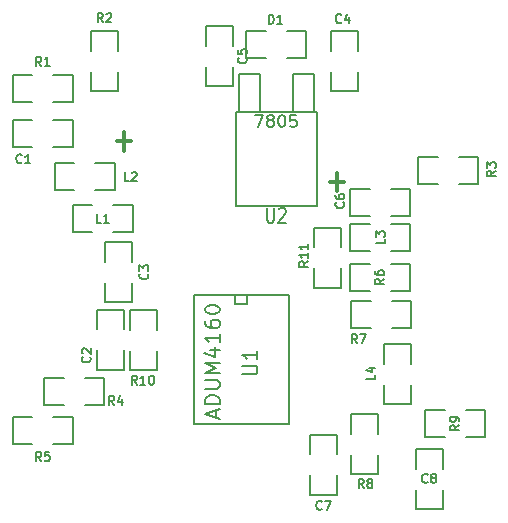
<source format=gto>
G04 (created by PCBNEW (2012-nov-02)-testing) date Wed 06 Feb 2013 10:53:48 PM EST*
%MOIN*%
G04 Gerber Fmt 3.4, Leading zero omitted, Abs format*
%FSLAX34Y34*%
G01*
G70*
G90*
G04 APERTURE LIST*
%ADD10C,2.3622e-06*%
%ADD11C,0.012*%
%ADD12C,0.008*%
%ADD13C,0.005*%
G04 APERTURE END LIST*
G54D10*
G54D11*
X79221Y-41719D02*
X79678Y-41719D01*
X79450Y-42023D02*
X79450Y-41414D01*
X72121Y-40369D02*
X72578Y-40369D01*
X72350Y-40673D02*
X72350Y-40064D01*
G54D12*
X74700Y-45500D02*
X77850Y-45500D01*
X77850Y-49800D02*
X74700Y-49800D01*
X77850Y-45500D02*
X77850Y-49800D01*
X74700Y-49800D02*
X74700Y-45500D01*
X76450Y-45500D02*
X76450Y-45800D01*
X76450Y-45800D02*
X76050Y-45800D01*
X76050Y-45800D02*
X76050Y-45500D01*
G54D13*
X71450Y-47975D02*
X72350Y-47975D01*
X72350Y-47975D02*
X72350Y-47325D01*
X71450Y-46625D02*
X71450Y-45975D01*
X71450Y-45975D02*
X72350Y-45975D01*
X72350Y-45975D02*
X72350Y-46625D01*
X71450Y-47325D02*
X71450Y-47975D01*
X76425Y-36700D02*
X76425Y-37600D01*
X76425Y-37600D02*
X77075Y-37600D01*
X77775Y-36700D02*
X78425Y-36700D01*
X78425Y-36700D02*
X78425Y-37600D01*
X78425Y-37600D02*
X77775Y-37600D01*
X77075Y-36700D02*
X76425Y-36700D01*
X75075Y-38525D02*
X75975Y-38525D01*
X75975Y-38525D02*
X75975Y-37875D01*
X75075Y-37175D02*
X75075Y-36525D01*
X75075Y-36525D02*
X75975Y-36525D01*
X75975Y-36525D02*
X75975Y-37175D01*
X75075Y-37875D02*
X75075Y-38525D01*
X80150Y-36700D02*
X79250Y-36700D01*
X79250Y-36700D02*
X79250Y-37350D01*
X80150Y-38050D02*
X80150Y-38700D01*
X80150Y-38700D02*
X79250Y-38700D01*
X79250Y-38700D02*
X79250Y-38050D01*
X80150Y-37350D02*
X80150Y-36700D01*
X79910Y-51460D02*
X80810Y-51460D01*
X80810Y-51460D02*
X80810Y-50810D01*
X79910Y-50110D02*
X79910Y-49460D01*
X79910Y-49460D02*
X80810Y-49460D01*
X80810Y-49460D02*
X80810Y-50110D01*
X79910Y-50810D02*
X79910Y-51460D01*
X82160Y-40870D02*
X82160Y-41770D01*
X82160Y-41770D02*
X82810Y-41770D01*
X83510Y-40870D02*
X84160Y-40870D01*
X84160Y-40870D02*
X84160Y-41770D01*
X84160Y-41770D02*
X83510Y-41770D01*
X82810Y-40870D02*
X82160Y-40870D01*
X71250Y-38700D02*
X72150Y-38700D01*
X72150Y-38700D02*
X72150Y-38050D01*
X71250Y-37350D02*
X71250Y-36700D01*
X71250Y-36700D02*
X72150Y-36700D01*
X72150Y-36700D02*
X72150Y-37350D01*
X71250Y-38050D02*
X71250Y-38700D01*
X78570Y-52140D02*
X79470Y-52140D01*
X79470Y-52140D02*
X79470Y-51490D01*
X78570Y-50790D02*
X78570Y-50140D01*
X78570Y-50140D02*
X79470Y-50140D01*
X79470Y-50140D02*
X79470Y-50790D01*
X78570Y-51490D02*
X78570Y-52140D01*
X79900Y-41950D02*
X79900Y-42850D01*
X79900Y-42850D02*
X80550Y-42850D01*
X81250Y-41950D02*
X81900Y-41950D01*
X81900Y-41950D02*
X81900Y-42850D01*
X81900Y-42850D02*
X81250Y-42850D01*
X80550Y-41950D02*
X79900Y-41950D01*
X72625Y-43725D02*
X71725Y-43725D01*
X71725Y-43725D02*
X71725Y-44375D01*
X72625Y-45075D02*
X72625Y-45725D01*
X72625Y-45725D02*
X71725Y-45725D01*
X71725Y-45725D02*
X71725Y-45075D01*
X72625Y-44375D02*
X72625Y-43725D01*
X79900Y-43125D02*
X79900Y-44025D01*
X79900Y-44025D02*
X80550Y-44025D01*
X81250Y-43125D02*
X81900Y-43125D01*
X81900Y-43125D02*
X81900Y-44025D01*
X81900Y-44025D02*
X81250Y-44025D01*
X80550Y-43125D02*
X79900Y-43125D01*
X81925Y-47125D02*
X81025Y-47125D01*
X81025Y-47125D02*
X81025Y-47775D01*
X81925Y-48475D02*
X81925Y-49125D01*
X81925Y-49125D02*
X81025Y-49125D01*
X81025Y-49125D02*
X81025Y-48475D01*
X81925Y-47775D02*
X81925Y-47125D01*
X82975Y-50625D02*
X82075Y-50625D01*
X82075Y-50625D02*
X82075Y-51275D01*
X82975Y-51975D02*
X82975Y-52625D01*
X82975Y-52625D02*
X82075Y-52625D01*
X82075Y-52625D02*
X82075Y-51975D01*
X82975Y-51275D02*
X82975Y-50625D01*
X84400Y-50225D02*
X84400Y-49325D01*
X84400Y-49325D02*
X83750Y-49325D01*
X83050Y-50225D02*
X82400Y-50225D01*
X82400Y-50225D02*
X82400Y-49325D01*
X82400Y-49325D02*
X83050Y-49325D01*
X83750Y-50225D02*
X84400Y-50225D01*
X72650Y-43400D02*
X72650Y-42500D01*
X72650Y-42500D02*
X72000Y-42500D01*
X71300Y-43400D02*
X70650Y-43400D01*
X70650Y-43400D02*
X70650Y-42500D01*
X70650Y-42500D02*
X71300Y-42500D01*
X72000Y-43400D02*
X72650Y-43400D01*
X70050Y-41100D02*
X70050Y-42000D01*
X70050Y-42000D02*
X70700Y-42000D01*
X71400Y-41100D02*
X72050Y-41100D01*
X72050Y-41100D02*
X72050Y-42000D01*
X72050Y-42000D02*
X71400Y-42000D01*
X70700Y-41100D02*
X70050Y-41100D01*
X68650Y-39650D02*
X68650Y-40550D01*
X68650Y-40550D02*
X69300Y-40550D01*
X70000Y-39650D02*
X70650Y-39650D01*
X70650Y-39650D02*
X70650Y-40550D01*
X70650Y-40550D02*
X70000Y-40550D01*
X69300Y-39650D02*
X68650Y-39650D01*
X68650Y-38150D02*
X68650Y-39050D01*
X68650Y-39050D02*
X69300Y-39050D01*
X70000Y-38150D02*
X70650Y-38150D01*
X70650Y-38150D02*
X70650Y-39050D01*
X70650Y-39050D02*
X70000Y-39050D01*
X69300Y-38150D02*
X68650Y-38150D01*
X79925Y-45700D02*
X79925Y-46600D01*
X79925Y-46600D02*
X80575Y-46600D01*
X81275Y-45700D02*
X81925Y-45700D01*
X81925Y-45700D02*
X81925Y-46600D01*
X81925Y-46600D02*
X81275Y-46600D01*
X80575Y-45700D02*
X79925Y-45700D01*
X79900Y-44450D02*
X79900Y-45350D01*
X79900Y-45350D02*
X80550Y-45350D01*
X81250Y-44450D02*
X81900Y-44450D01*
X81900Y-44450D02*
X81900Y-45350D01*
X81900Y-45350D02*
X81250Y-45350D01*
X80550Y-44450D02*
X79900Y-44450D01*
X68650Y-49550D02*
X68650Y-50450D01*
X68650Y-50450D02*
X69300Y-50450D01*
X70000Y-49550D02*
X70650Y-49550D01*
X70650Y-49550D02*
X70650Y-50450D01*
X70650Y-50450D02*
X70000Y-50450D01*
X69300Y-49550D02*
X68650Y-49550D01*
X69700Y-48250D02*
X69700Y-49150D01*
X69700Y-49150D02*
X70350Y-49150D01*
X71050Y-48250D02*
X71700Y-48250D01*
X71700Y-48250D02*
X71700Y-49150D01*
X71700Y-49150D02*
X71050Y-49150D01*
X70350Y-48250D02*
X69700Y-48250D01*
X76875Y-39375D02*
X76875Y-38125D01*
X76875Y-38125D02*
X76175Y-38125D01*
X76175Y-38125D02*
X76175Y-39375D01*
X78675Y-39375D02*
X78675Y-38125D01*
X78675Y-38125D02*
X77975Y-38125D01*
X77975Y-38125D02*
X77975Y-39375D01*
X76075Y-41775D02*
X76075Y-39375D01*
X76075Y-39375D02*
X78775Y-39375D01*
X78775Y-39375D02*
X78775Y-42475D01*
X78775Y-42525D02*
X76075Y-42525D01*
X76075Y-42475D02*
X76075Y-41775D01*
X73450Y-46000D02*
X72550Y-46000D01*
X72550Y-46000D02*
X72550Y-46650D01*
X73450Y-47350D02*
X73450Y-48000D01*
X73450Y-48000D02*
X72550Y-48000D01*
X72550Y-48000D02*
X72550Y-47350D01*
X73450Y-46650D02*
X73450Y-46000D01*
X79600Y-43250D02*
X78700Y-43250D01*
X78700Y-43250D02*
X78700Y-43900D01*
X79600Y-44600D02*
X79600Y-45250D01*
X79600Y-45250D02*
X78700Y-45250D01*
X78700Y-45250D02*
X78700Y-44600D01*
X79600Y-43900D02*
X79600Y-43250D01*
X76302Y-48130D02*
X76707Y-48130D01*
X76754Y-48107D01*
X76778Y-48083D01*
X76802Y-48035D01*
X76802Y-47940D01*
X76778Y-47892D01*
X76754Y-47869D01*
X76707Y-47845D01*
X76302Y-47845D01*
X76802Y-47345D02*
X76802Y-47630D01*
X76802Y-47488D02*
X76302Y-47488D01*
X76373Y-47535D01*
X76421Y-47583D01*
X76445Y-47630D01*
X75409Y-49569D02*
X75409Y-49330D01*
X75552Y-49616D02*
X75052Y-49450D01*
X75552Y-49283D01*
X75552Y-49116D02*
X75052Y-49116D01*
X75052Y-48997D01*
X75076Y-48926D01*
X75123Y-48878D01*
X75171Y-48854D01*
X75266Y-48830D01*
X75338Y-48830D01*
X75433Y-48854D01*
X75480Y-48878D01*
X75528Y-48926D01*
X75552Y-48997D01*
X75552Y-49116D01*
X75052Y-48616D02*
X75457Y-48616D01*
X75504Y-48592D01*
X75528Y-48569D01*
X75552Y-48521D01*
X75552Y-48426D01*
X75528Y-48378D01*
X75504Y-48354D01*
X75457Y-48330D01*
X75052Y-48330D01*
X75552Y-48092D02*
X75052Y-48092D01*
X75409Y-47926D01*
X75052Y-47759D01*
X75552Y-47759D01*
X75219Y-47307D02*
X75552Y-47307D01*
X75028Y-47426D02*
X75385Y-47545D01*
X75385Y-47235D01*
X75552Y-46783D02*
X75552Y-47069D01*
X75552Y-46926D02*
X75052Y-46926D01*
X75123Y-46973D01*
X75171Y-47021D01*
X75195Y-47069D01*
X75052Y-46354D02*
X75052Y-46450D01*
X75076Y-46497D01*
X75100Y-46521D01*
X75171Y-46569D01*
X75266Y-46592D01*
X75457Y-46592D01*
X75504Y-46569D01*
X75528Y-46545D01*
X75552Y-46497D01*
X75552Y-46402D01*
X75528Y-46354D01*
X75504Y-46330D01*
X75457Y-46307D01*
X75338Y-46307D01*
X75290Y-46330D01*
X75266Y-46354D01*
X75242Y-46402D01*
X75242Y-46497D01*
X75266Y-46545D01*
X75290Y-46569D01*
X75338Y-46592D01*
X75052Y-45997D02*
X75052Y-45950D01*
X75076Y-45902D01*
X75100Y-45878D01*
X75147Y-45854D01*
X75242Y-45830D01*
X75361Y-45830D01*
X75457Y-45854D01*
X75504Y-45878D01*
X75528Y-45902D01*
X75552Y-45950D01*
X75552Y-45997D01*
X75528Y-46045D01*
X75504Y-46069D01*
X75457Y-46092D01*
X75361Y-46116D01*
X75242Y-46116D01*
X75147Y-46092D01*
X75100Y-46069D01*
X75076Y-46045D01*
X75052Y-45997D01*
X71217Y-47550D02*
X71232Y-47564D01*
X71246Y-47607D01*
X71246Y-47635D01*
X71232Y-47678D01*
X71203Y-47707D01*
X71175Y-47721D01*
X71117Y-47735D01*
X71075Y-47735D01*
X71017Y-47721D01*
X70989Y-47707D01*
X70960Y-47678D01*
X70946Y-47635D01*
X70946Y-47607D01*
X70960Y-47564D01*
X70975Y-47550D01*
X70975Y-47435D02*
X70960Y-47421D01*
X70946Y-47392D01*
X70946Y-47321D01*
X70960Y-47292D01*
X70975Y-47278D01*
X71003Y-47264D01*
X71032Y-47264D01*
X71075Y-47278D01*
X71246Y-47450D01*
X71246Y-47264D01*
X77178Y-36446D02*
X77178Y-36146D01*
X77250Y-36146D01*
X77292Y-36160D01*
X77321Y-36189D01*
X77335Y-36217D01*
X77350Y-36275D01*
X77350Y-36317D01*
X77335Y-36375D01*
X77321Y-36403D01*
X77292Y-36432D01*
X77250Y-36446D01*
X77178Y-36446D01*
X77635Y-36446D02*
X77464Y-36446D01*
X77550Y-36446D02*
X77550Y-36146D01*
X77521Y-36189D01*
X77492Y-36217D01*
X77464Y-36232D01*
X76417Y-37575D02*
X76432Y-37589D01*
X76446Y-37632D01*
X76446Y-37660D01*
X76432Y-37703D01*
X76403Y-37732D01*
X76375Y-37746D01*
X76317Y-37760D01*
X76275Y-37760D01*
X76217Y-37746D01*
X76189Y-37732D01*
X76160Y-37703D01*
X76146Y-37660D01*
X76146Y-37632D01*
X76160Y-37589D01*
X76175Y-37575D01*
X76146Y-37303D02*
X76146Y-37446D01*
X76289Y-37460D01*
X76275Y-37446D01*
X76260Y-37417D01*
X76260Y-37346D01*
X76275Y-37317D01*
X76289Y-37303D01*
X76317Y-37289D01*
X76389Y-37289D01*
X76417Y-37303D01*
X76432Y-37317D01*
X76446Y-37346D01*
X76446Y-37417D01*
X76432Y-37446D01*
X76417Y-37460D01*
X79600Y-36392D02*
X79585Y-36407D01*
X79542Y-36421D01*
X79514Y-36421D01*
X79471Y-36407D01*
X79442Y-36378D01*
X79428Y-36350D01*
X79414Y-36292D01*
X79414Y-36250D01*
X79428Y-36192D01*
X79442Y-36164D01*
X79471Y-36135D01*
X79514Y-36121D01*
X79542Y-36121D01*
X79585Y-36135D01*
X79600Y-36150D01*
X79857Y-36221D02*
X79857Y-36421D01*
X79785Y-36107D02*
X79714Y-36321D01*
X79900Y-36321D01*
X80350Y-51921D02*
X80250Y-51778D01*
X80178Y-51921D02*
X80178Y-51621D01*
X80292Y-51621D01*
X80321Y-51635D01*
X80335Y-51650D01*
X80350Y-51678D01*
X80350Y-51721D01*
X80335Y-51750D01*
X80321Y-51764D01*
X80292Y-51778D01*
X80178Y-51778D01*
X80521Y-51750D02*
X80492Y-51735D01*
X80478Y-51721D01*
X80464Y-51692D01*
X80464Y-51678D01*
X80478Y-51650D01*
X80492Y-51635D01*
X80521Y-51621D01*
X80578Y-51621D01*
X80607Y-51635D01*
X80621Y-51650D01*
X80635Y-51678D01*
X80635Y-51692D01*
X80621Y-51721D01*
X80607Y-51735D01*
X80578Y-51750D01*
X80521Y-51750D01*
X80492Y-51764D01*
X80478Y-51778D01*
X80464Y-51807D01*
X80464Y-51864D01*
X80478Y-51892D01*
X80492Y-51907D01*
X80521Y-51921D01*
X80578Y-51921D01*
X80607Y-51907D01*
X80621Y-51892D01*
X80635Y-51864D01*
X80635Y-51807D01*
X80621Y-51778D01*
X80607Y-51764D01*
X80578Y-51750D01*
X84746Y-41350D02*
X84603Y-41450D01*
X84746Y-41521D02*
X84446Y-41521D01*
X84446Y-41407D01*
X84460Y-41378D01*
X84475Y-41364D01*
X84503Y-41350D01*
X84546Y-41350D01*
X84575Y-41364D01*
X84589Y-41378D01*
X84603Y-41407D01*
X84603Y-41521D01*
X84446Y-41250D02*
X84446Y-41064D01*
X84560Y-41164D01*
X84560Y-41121D01*
X84575Y-41092D01*
X84589Y-41078D01*
X84617Y-41064D01*
X84689Y-41064D01*
X84717Y-41078D01*
X84732Y-41092D01*
X84746Y-41121D01*
X84746Y-41207D01*
X84732Y-41235D01*
X84717Y-41250D01*
X71650Y-36396D02*
X71550Y-36253D01*
X71478Y-36396D02*
X71478Y-36096D01*
X71592Y-36096D01*
X71621Y-36110D01*
X71635Y-36125D01*
X71650Y-36153D01*
X71650Y-36196D01*
X71635Y-36225D01*
X71621Y-36239D01*
X71592Y-36253D01*
X71478Y-36253D01*
X71764Y-36125D02*
X71778Y-36110D01*
X71807Y-36096D01*
X71878Y-36096D01*
X71907Y-36110D01*
X71921Y-36125D01*
X71935Y-36153D01*
X71935Y-36182D01*
X71921Y-36225D01*
X71750Y-36396D01*
X71935Y-36396D01*
X78950Y-52617D02*
X78935Y-52632D01*
X78892Y-52646D01*
X78864Y-52646D01*
X78821Y-52632D01*
X78792Y-52603D01*
X78778Y-52575D01*
X78764Y-52517D01*
X78764Y-52475D01*
X78778Y-52417D01*
X78792Y-52389D01*
X78821Y-52360D01*
X78864Y-52346D01*
X78892Y-52346D01*
X78935Y-52360D01*
X78950Y-52375D01*
X79050Y-52346D02*
X79250Y-52346D01*
X79121Y-52646D01*
X79667Y-42400D02*
X79682Y-42414D01*
X79696Y-42457D01*
X79696Y-42485D01*
X79682Y-42528D01*
X79653Y-42557D01*
X79625Y-42571D01*
X79567Y-42585D01*
X79525Y-42585D01*
X79467Y-42571D01*
X79439Y-42557D01*
X79410Y-42528D01*
X79396Y-42485D01*
X79396Y-42457D01*
X79410Y-42414D01*
X79425Y-42400D01*
X79396Y-42142D02*
X79396Y-42200D01*
X79410Y-42228D01*
X79425Y-42242D01*
X79467Y-42271D01*
X79525Y-42285D01*
X79639Y-42285D01*
X79667Y-42271D01*
X79682Y-42257D01*
X79696Y-42228D01*
X79696Y-42171D01*
X79682Y-42142D01*
X79667Y-42128D01*
X79639Y-42114D01*
X79567Y-42114D01*
X79539Y-42128D01*
X79525Y-42142D01*
X79510Y-42171D01*
X79510Y-42228D01*
X79525Y-42257D01*
X79539Y-42271D01*
X79567Y-42285D01*
X73142Y-44775D02*
X73157Y-44789D01*
X73171Y-44832D01*
X73171Y-44860D01*
X73157Y-44903D01*
X73128Y-44932D01*
X73100Y-44946D01*
X73042Y-44960D01*
X73000Y-44960D01*
X72942Y-44946D01*
X72914Y-44932D01*
X72885Y-44903D01*
X72871Y-44860D01*
X72871Y-44832D01*
X72885Y-44789D01*
X72900Y-44775D01*
X72871Y-44675D02*
X72871Y-44489D01*
X72985Y-44589D01*
X72985Y-44546D01*
X73000Y-44517D01*
X73014Y-44503D01*
X73042Y-44489D01*
X73114Y-44489D01*
X73142Y-44503D01*
X73157Y-44517D01*
X73171Y-44546D01*
X73171Y-44632D01*
X73157Y-44660D01*
X73142Y-44675D01*
X81046Y-43624D02*
X81046Y-43767D01*
X80746Y-43767D01*
X80746Y-43553D02*
X80746Y-43367D01*
X80860Y-43467D01*
X80860Y-43424D01*
X80875Y-43396D01*
X80889Y-43382D01*
X80917Y-43367D01*
X80989Y-43367D01*
X81017Y-43382D01*
X81032Y-43396D01*
X81046Y-43424D01*
X81046Y-43510D01*
X81032Y-43539D01*
X81017Y-43553D01*
X80721Y-48149D02*
X80721Y-48292D01*
X80421Y-48292D01*
X80521Y-47921D02*
X80721Y-47921D01*
X80407Y-47992D02*
X80621Y-48064D01*
X80621Y-47878D01*
X82475Y-51717D02*
X82460Y-51732D01*
X82417Y-51746D01*
X82389Y-51746D01*
X82346Y-51732D01*
X82317Y-51703D01*
X82303Y-51675D01*
X82289Y-51617D01*
X82289Y-51575D01*
X82303Y-51517D01*
X82317Y-51489D01*
X82346Y-51460D01*
X82389Y-51446D01*
X82417Y-51446D01*
X82460Y-51460D01*
X82475Y-51475D01*
X82646Y-51575D02*
X82617Y-51560D01*
X82603Y-51546D01*
X82589Y-51517D01*
X82589Y-51503D01*
X82603Y-51475D01*
X82617Y-51460D01*
X82646Y-51446D01*
X82703Y-51446D01*
X82732Y-51460D01*
X82746Y-51475D01*
X82760Y-51503D01*
X82760Y-51517D01*
X82746Y-51546D01*
X82732Y-51560D01*
X82703Y-51575D01*
X82646Y-51575D01*
X82617Y-51589D01*
X82603Y-51603D01*
X82589Y-51632D01*
X82589Y-51689D01*
X82603Y-51717D01*
X82617Y-51732D01*
X82646Y-51746D01*
X82703Y-51746D01*
X82732Y-51732D01*
X82746Y-51717D01*
X82760Y-51689D01*
X82760Y-51632D01*
X82746Y-51603D01*
X82732Y-51589D01*
X82703Y-51575D01*
X83521Y-49825D02*
X83378Y-49925D01*
X83521Y-49996D02*
X83221Y-49996D01*
X83221Y-49882D01*
X83235Y-49853D01*
X83250Y-49839D01*
X83278Y-49825D01*
X83321Y-49825D01*
X83350Y-49839D01*
X83364Y-49853D01*
X83378Y-49882D01*
X83378Y-49996D01*
X83521Y-49682D02*
X83521Y-49625D01*
X83507Y-49596D01*
X83492Y-49582D01*
X83450Y-49553D01*
X83392Y-49539D01*
X83278Y-49539D01*
X83250Y-49553D01*
X83235Y-49567D01*
X83221Y-49596D01*
X83221Y-49653D01*
X83235Y-49682D01*
X83250Y-49696D01*
X83278Y-49710D01*
X83350Y-49710D01*
X83378Y-49696D01*
X83392Y-49682D01*
X83407Y-49653D01*
X83407Y-49596D01*
X83392Y-49567D01*
X83378Y-49553D01*
X83350Y-49539D01*
X71600Y-43071D02*
X71457Y-43071D01*
X71457Y-42771D01*
X71857Y-43071D02*
X71685Y-43071D01*
X71771Y-43071D02*
X71771Y-42771D01*
X71742Y-42814D01*
X71714Y-42842D01*
X71685Y-42857D01*
X72525Y-41696D02*
X72382Y-41696D01*
X72382Y-41396D01*
X72610Y-41425D02*
X72625Y-41410D01*
X72653Y-41396D01*
X72725Y-41396D01*
X72753Y-41410D01*
X72767Y-41425D01*
X72782Y-41453D01*
X72782Y-41482D01*
X72767Y-41525D01*
X72596Y-41696D01*
X72782Y-41696D01*
X68950Y-41067D02*
X68935Y-41082D01*
X68892Y-41096D01*
X68864Y-41096D01*
X68821Y-41082D01*
X68792Y-41053D01*
X68778Y-41025D01*
X68764Y-40967D01*
X68764Y-40925D01*
X68778Y-40867D01*
X68792Y-40839D01*
X68821Y-40810D01*
X68864Y-40796D01*
X68892Y-40796D01*
X68935Y-40810D01*
X68950Y-40825D01*
X69235Y-41096D02*
X69064Y-41096D01*
X69150Y-41096D02*
X69150Y-40796D01*
X69121Y-40839D01*
X69092Y-40867D01*
X69064Y-40882D01*
X69600Y-37846D02*
X69500Y-37703D01*
X69428Y-37846D02*
X69428Y-37546D01*
X69542Y-37546D01*
X69571Y-37560D01*
X69585Y-37575D01*
X69600Y-37603D01*
X69600Y-37646D01*
X69585Y-37675D01*
X69571Y-37689D01*
X69542Y-37703D01*
X69428Y-37703D01*
X69885Y-37846D02*
X69714Y-37846D01*
X69800Y-37846D02*
X69800Y-37546D01*
X69771Y-37589D01*
X69742Y-37617D01*
X69714Y-37632D01*
X80125Y-47096D02*
X80025Y-46953D01*
X79953Y-47096D02*
X79953Y-46796D01*
X80067Y-46796D01*
X80096Y-46810D01*
X80110Y-46825D01*
X80125Y-46853D01*
X80125Y-46896D01*
X80110Y-46925D01*
X80096Y-46939D01*
X80067Y-46953D01*
X79953Y-46953D01*
X80225Y-46796D02*
X80425Y-46796D01*
X80296Y-47096D01*
X81021Y-44950D02*
X80878Y-45050D01*
X81021Y-45121D02*
X80721Y-45121D01*
X80721Y-45007D01*
X80735Y-44978D01*
X80750Y-44964D01*
X80778Y-44950D01*
X80821Y-44950D01*
X80850Y-44964D01*
X80864Y-44978D01*
X80878Y-45007D01*
X80878Y-45121D01*
X80721Y-44692D02*
X80721Y-44750D01*
X80735Y-44778D01*
X80750Y-44792D01*
X80792Y-44821D01*
X80850Y-44835D01*
X80964Y-44835D01*
X80992Y-44821D01*
X81007Y-44807D01*
X81021Y-44778D01*
X81021Y-44721D01*
X81007Y-44692D01*
X80992Y-44678D01*
X80964Y-44664D01*
X80892Y-44664D01*
X80864Y-44678D01*
X80850Y-44692D01*
X80835Y-44721D01*
X80835Y-44778D01*
X80850Y-44807D01*
X80864Y-44821D01*
X80892Y-44835D01*
X69600Y-51021D02*
X69500Y-50878D01*
X69428Y-51021D02*
X69428Y-50721D01*
X69542Y-50721D01*
X69571Y-50735D01*
X69585Y-50750D01*
X69600Y-50778D01*
X69600Y-50821D01*
X69585Y-50850D01*
X69571Y-50864D01*
X69542Y-50878D01*
X69428Y-50878D01*
X69871Y-50721D02*
X69728Y-50721D01*
X69714Y-50864D01*
X69728Y-50850D01*
X69757Y-50835D01*
X69828Y-50835D01*
X69857Y-50850D01*
X69871Y-50864D01*
X69885Y-50892D01*
X69885Y-50964D01*
X69871Y-50992D01*
X69857Y-51007D01*
X69828Y-51021D01*
X69757Y-51021D01*
X69728Y-51007D01*
X69714Y-50992D01*
X72025Y-49146D02*
X71925Y-49003D01*
X71853Y-49146D02*
X71853Y-48846D01*
X71967Y-48846D01*
X71996Y-48860D01*
X72010Y-48875D01*
X72025Y-48903D01*
X72025Y-48946D01*
X72010Y-48975D01*
X71996Y-48989D01*
X71967Y-49003D01*
X71853Y-49003D01*
X72282Y-48946D02*
X72282Y-49146D01*
X72210Y-48832D02*
X72139Y-49046D01*
X72325Y-49046D01*
G54D12*
X77120Y-42577D02*
X77120Y-42982D01*
X77139Y-43029D01*
X77158Y-43053D01*
X77196Y-43077D01*
X77272Y-43077D01*
X77310Y-43053D01*
X77329Y-43029D01*
X77348Y-42982D01*
X77348Y-42577D01*
X77520Y-42625D02*
X77539Y-42601D01*
X77577Y-42577D01*
X77672Y-42577D01*
X77710Y-42601D01*
X77729Y-42625D01*
X77748Y-42672D01*
X77748Y-42720D01*
X77729Y-42791D01*
X77501Y-43077D01*
X77748Y-43077D01*
X76720Y-39486D02*
X76986Y-39486D01*
X76815Y-39886D01*
X77196Y-39658D02*
X77158Y-39639D01*
X77139Y-39620D01*
X77120Y-39582D01*
X77120Y-39563D01*
X77139Y-39525D01*
X77158Y-39505D01*
X77196Y-39486D01*
X77272Y-39486D01*
X77310Y-39505D01*
X77329Y-39525D01*
X77348Y-39563D01*
X77348Y-39582D01*
X77329Y-39620D01*
X77310Y-39639D01*
X77272Y-39658D01*
X77196Y-39658D01*
X77158Y-39677D01*
X77139Y-39696D01*
X77120Y-39734D01*
X77120Y-39810D01*
X77139Y-39848D01*
X77158Y-39867D01*
X77196Y-39886D01*
X77272Y-39886D01*
X77310Y-39867D01*
X77329Y-39848D01*
X77348Y-39810D01*
X77348Y-39734D01*
X77329Y-39696D01*
X77310Y-39677D01*
X77272Y-39658D01*
X77596Y-39486D02*
X77634Y-39486D01*
X77672Y-39505D01*
X77691Y-39525D01*
X77710Y-39563D01*
X77729Y-39639D01*
X77729Y-39734D01*
X77710Y-39810D01*
X77691Y-39848D01*
X77672Y-39867D01*
X77634Y-39886D01*
X77596Y-39886D01*
X77558Y-39867D01*
X77539Y-39848D01*
X77520Y-39810D01*
X77501Y-39734D01*
X77501Y-39639D01*
X77520Y-39563D01*
X77539Y-39525D01*
X77558Y-39505D01*
X77596Y-39486D01*
X78091Y-39486D02*
X77901Y-39486D01*
X77882Y-39677D01*
X77901Y-39658D01*
X77939Y-39639D01*
X78034Y-39639D01*
X78072Y-39658D01*
X78091Y-39677D01*
X78110Y-39715D01*
X78110Y-39810D01*
X78091Y-39848D01*
X78072Y-39867D01*
X78034Y-39886D01*
X77939Y-39886D01*
X77901Y-39867D01*
X77882Y-39848D01*
G54D13*
X72782Y-48471D02*
X72682Y-48328D01*
X72610Y-48471D02*
X72610Y-48171D01*
X72725Y-48171D01*
X72753Y-48185D01*
X72767Y-48200D01*
X72782Y-48228D01*
X72782Y-48271D01*
X72767Y-48300D01*
X72753Y-48314D01*
X72725Y-48328D01*
X72610Y-48328D01*
X73067Y-48471D02*
X72896Y-48471D01*
X72982Y-48471D02*
X72982Y-48171D01*
X72953Y-48214D01*
X72925Y-48242D01*
X72896Y-48257D01*
X73253Y-48171D02*
X73282Y-48171D01*
X73310Y-48185D01*
X73325Y-48200D01*
X73339Y-48228D01*
X73353Y-48285D01*
X73353Y-48357D01*
X73339Y-48414D01*
X73325Y-48442D01*
X73310Y-48457D01*
X73282Y-48471D01*
X73253Y-48471D01*
X73225Y-48457D01*
X73210Y-48442D01*
X73196Y-48414D01*
X73182Y-48357D01*
X73182Y-48285D01*
X73196Y-48228D01*
X73210Y-48200D01*
X73225Y-48185D01*
X73253Y-48171D01*
X78496Y-44367D02*
X78353Y-44467D01*
X78496Y-44539D02*
X78196Y-44539D01*
X78196Y-44425D01*
X78210Y-44396D01*
X78225Y-44382D01*
X78253Y-44367D01*
X78296Y-44367D01*
X78325Y-44382D01*
X78339Y-44396D01*
X78353Y-44425D01*
X78353Y-44539D01*
X78496Y-44082D02*
X78496Y-44253D01*
X78496Y-44167D02*
X78196Y-44167D01*
X78239Y-44196D01*
X78267Y-44225D01*
X78282Y-44253D01*
X78496Y-43796D02*
X78496Y-43967D01*
X78496Y-43882D02*
X78196Y-43882D01*
X78239Y-43910D01*
X78267Y-43939D01*
X78282Y-43967D01*
M02*

</source>
